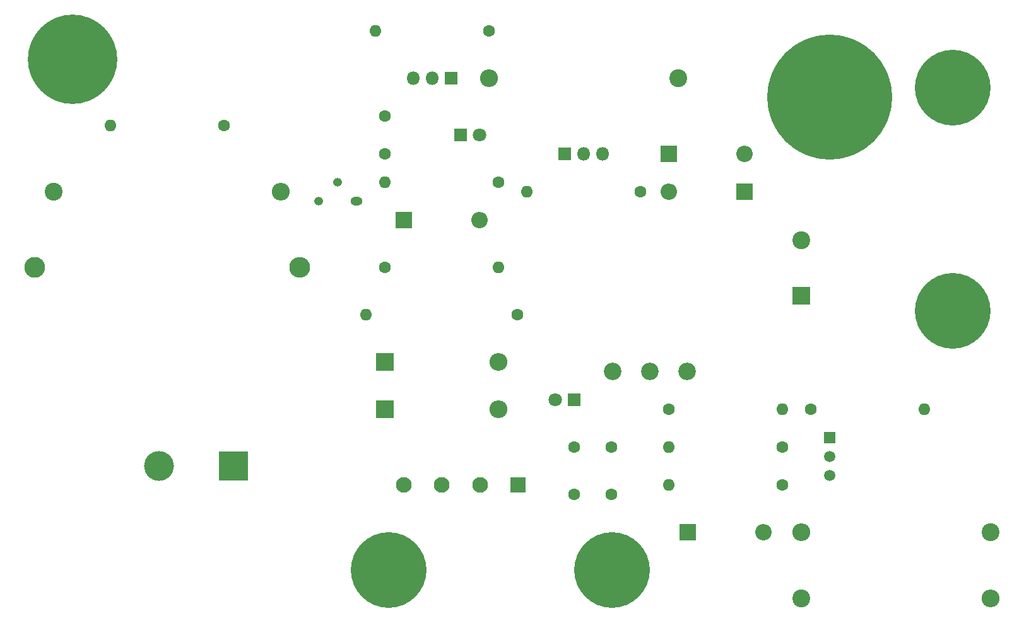
<source format=gbr>
G04 #@! TF.FileFunction,Copper,L3,Inr,Plane*
%FSLAX46Y46*%
G04 Gerber Fmt 4.6, Leading zero omitted, Abs format (unit mm)*
G04 Created by KiCad (PCBNEW 4.0.7) date 06/09/18 23:49:40*
%MOMM*%
%LPD*%
G01*
G04 APERTURE LIST*
%ADD10C,0.100000*%
%ADD11C,1.600000*%
%ADD12R,4.000000X4.000000*%
%ADD13C,4.000000*%
%ADD14R,2.400000X2.400000*%
%ADD15C,2.400000*%
%ADD16R,2.100000X2.100000*%
%ADD17C,2.100000*%
%ADD18O,2.400000X2.400000*%
%ADD19R,1.800000X1.800000*%
%ADD20C,1.800000*%
%ADD21R,2.200000X2.200000*%
%ADD22O,2.200000X2.200000*%
%ADD23C,10.160000*%
%ADD24C,2.800000*%
%ADD25O,2.800000X2.800000*%
%ADD26C,1.520000*%
%ADD27R,1.520000X1.520000*%
%ADD28O,1.600000X1.200000*%
%ADD29O,1.200000X1.200000*%
%ADD30O,1.800000X1.800000*%
%ADD31O,1.600000X1.600000*%
%ADD32C,2.340000*%
%ADD33C,12.000000*%
%ADD34C,0.900000*%
%ADD35C,16.800000*%
%ADD36C,1.100000*%
G04 APERTURE END LIST*
D10*
D11*
X143510000Y-120650000D03*
X148510000Y-120650000D03*
D12*
X97790000Y-116840000D03*
D13*
X87790000Y-116840000D03*
D11*
X148510000Y-114300000D03*
X143510000Y-114300000D03*
X118110000Y-69850000D03*
X118110000Y-74850000D03*
D14*
X173990000Y-93980000D03*
D15*
X173990000Y-86480000D03*
D16*
X135950000Y-119380000D03*
D17*
X130850000Y-119380000D03*
X120650000Y-119380000D03*
X125750000Y-119380000D03*
D14*
X118110000Y-102870000D03*
D18*
X133350000Y-102870000D03*
D14*
X118110000Y-109220000D03*
D18*
X133350000Y-109220000D03*
D19*
X143510000Y-107950000D03*
D20*
X140970000Y-107950000D03*
D21*
X120650000Y-83820000D03*
D22*
X130810000Y-83820000D03*
D19*
X128270000Y-72390000D03*
D20*
X130810000Y-72390000D03*
D21*
X158750000Y-125730000D03*
D22*
X168910000Y-125730000D03*
D21*
X166370000Y-80010000D03*
D22*
X156210000Y-80010000D03*
D21*
X156210000Y-74930000D03*
D22*
X166370000Y-74930000D03*
D23*
X118620000Y-130810000D03*
X148590000Y-130810000D03*
X194310000Y-96010000D03*
X194310000Y-66040000D03*
D24*
X71120000Y-90170000D03*
D25*
X106680000Y-90170000D03*
D26*
X177800000Y-115570000D03*
X177800000Y-118110000D03*
D27*
X177800000Y-113030000D03*
D28*
X114300000Y-81280000D03*
D29*
X111760000Y-78740000D03*
X109220000Y-81280000D03*
D19*
X142240000Y-74930000D03*
D30*
X144780000Y-74930000D03*
X147320000Y-74930000D03*
D19*
X127000000Y-64770000D03*
D30*
X124460000Y-64770000D03*
X121920000Y-64770000D03*
D11*
X135890000Y-96520000D03*
D31*
X115570000Y-96520000D03*
D11*
X118110000Y-90170000D03*
D31*
X133350000Y-90170000D03*
D11*
X156210000Y-109220000D03*
D31*
X171450000Y-109220000D03*
D11*
X171450000Y-114300000D03*
D31*
X156210000Y-114300000D03*
D11*
X133350000Y-78740000D03*
D31*
X118110000Y-78740000D03*
D11*
X171450000Y-119380000D03*
D31*
X156210000Y-119380000D03*
D15*
X73660000Y-80010000D03*
D18*
X104140000Y-80010000D03*
D11*
X175260000Y-109220000D03*
D31*
X190500000Y-109220000D03*
D11*
X96520000Y-71120000D03*
D31*
X81280000Y-71120000D03*
D11*
X132080000Y-58420000D03*
D31*
X116840000Y-58420000D03*
D11*
X152400000Y-80010000D03*
D31*
X137160000Y-80010000D03*
D15*
X157480000Y-64770000D03*
D18*
X132080000Y-64770000D03*
D15*
X199390000Y-125730000D03*
D18*
X173990000Y-125730000D03*
D15*
X173990000Y-134620000D03*
D18*
X199390000Y-134620000D03*
D32*
X148670000Y-104140000D03*
X153670000Y-104140000D03*
X158670000Y-104140000D03*
D33*
X76200000Y-62230000D03*
D34*
X80700000Y-62230000D03*
X79381981Y-65411981D03*
X76200000Y-66730000D03*
X73018019Y-65411981D03*
X71700000Y-62230000D03*
X73018019Y-59048019D03*
X76200000Y-57730000D03*
X79381981Y-59048019D03*
D35*
X177800000Y-67310000D03*
D36*
X184100000Y-67310000D03*
X182254773Y-71764773D03*
X177800000Y-73610000D03*
X173345227Y-71764773D03*
X171500000Y-67310000D03*
X173345227Y-62855227D03*
X177800000Y-61010000D03*
X182254773Y-62855227D03*
M02*

</source>
